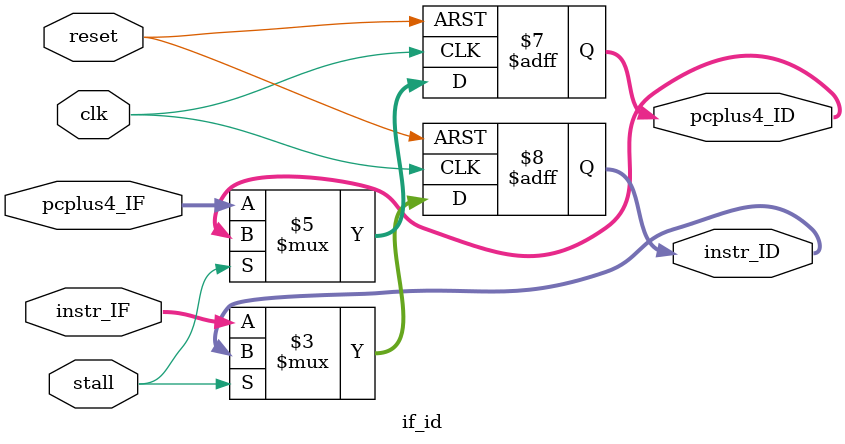
<source format=sv>
module if_id(
    input  logic        clk,
    input  logic        reset,
    input  logic        stall,
    input  logic [31:0] pcplus4_IF,
    input  logic [31:0] instr_IF,
    output logic [31:0] pcplus4_ID,
    output logic [31:0] instr_ID
);
    always_ff @(posedge clk or posedge reset) begin
        if (reset) begin
            pcplus4_ID <= '0;
            instr_ID   <= '0;
        end else if (!stall) begin
            pcplus4_ID <= pcplus4_IF;
            instr_ID   <= instr_IF;
        end
    end
endmodule

</source>
